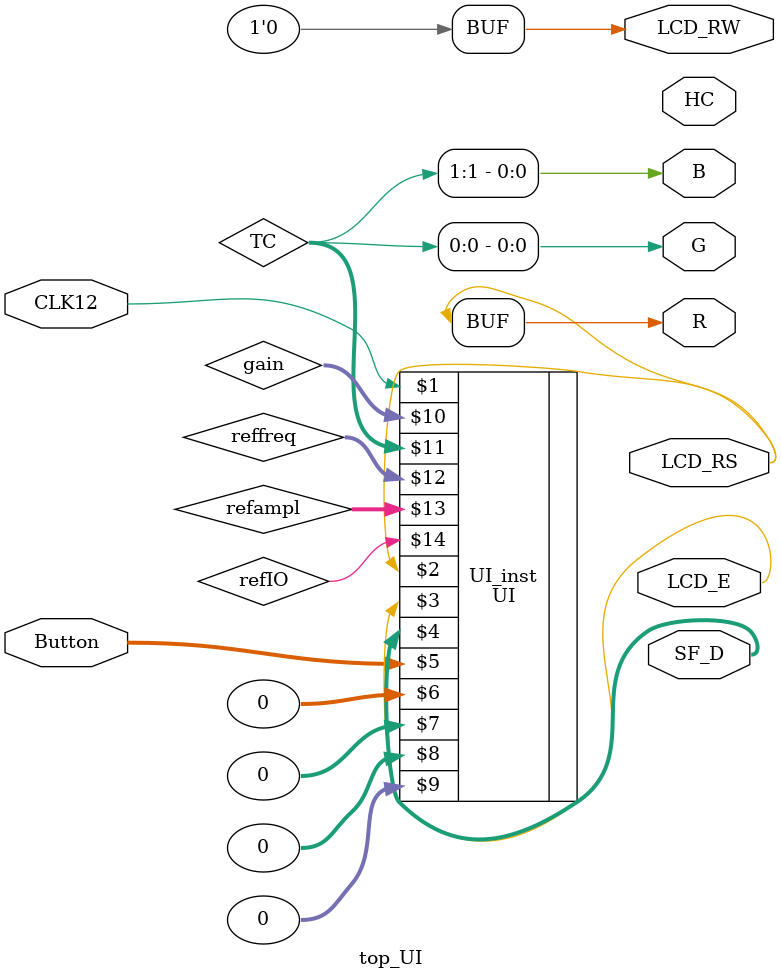
<source format=v>




module top_UI (
  input CLK12,

  output wire LCD_RS,
  output wire LCD_RW,
  output wire LCD_E,
  output wire [3:0] SF_D,
  input [3:0] Button,

  output wire [15:0] HC,

  output R,
  output G,
  output B
  );

assign LCD_RW=0;
assign R=LCD_RS,G=TC[0],B=TC[1];

wire[1:0] gain;
wire[3:0] TC;
wire[2:0] reffreq;
wire[1:0] refampl;
wire refIO;

UI UI_inst (
  CLK12,

  // IO LCD
  LCD_RS,
  LCD_E,
  SF_D,
  // IO buttons
  Button,

  // Interface
  0,//X,
  0,//Y,
  0,//Rad,
  0,//Ang,

  gain,
  TC,
  reffreq,
  refampl,
  refIO

  );





endmodule

</source>
